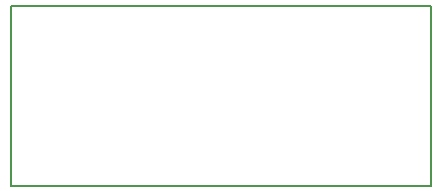
<source format=gbr>
G04 #@! TF.GenerationSoftware,KiCad,Pcbnew,(5.1.4-0)*
G04 #@! TF.CreationDate,2019-09-03T16:59:57-05:00*
G04 #@! TF.ProjectId,pic_beeper,7069635f-6265-4657-9065-722e6b696361,rev?*
G04 #@! TF.SameCoordinates,Original*
G04 #@! TF.FileFunction,Profile,NP*
%FSLAX46Y46*%
G04 Gerber Fmt 4.6, Leading zero omitted, Abs format (unit mm)*
G04 Created by KiCad (PCBNEW (5.1.4-0)) date 2019-09-03 16:59:57*
%MOMM*%
%LPD*%
G04 APERTURE LIST*
%ADD10C,0.150000*%
G04 APERTURE END LIST*
D10*
X12700000Y-26035000D02*
X12700000Y-10795000D01*
X48260000Y-26035000D02*
X12700000Y-26035000D01*
X48260000Y-10795000D02*
X48260000Y-26035000D01*
X12700000Y-10795000D02*
X48260000Y-10795000D01*
M02*

</source>
